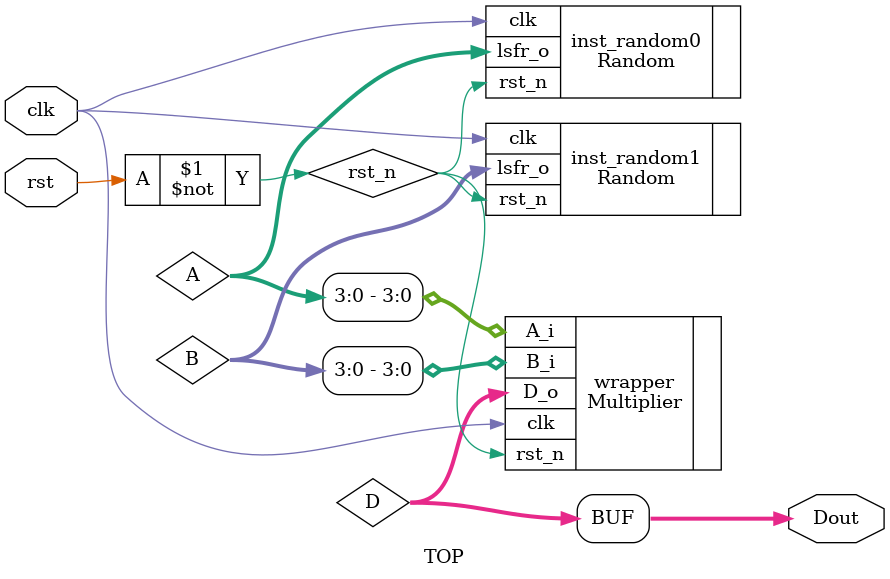
<source format=v>
`timescale 1ns / 1ps


module TOP(
input wire clk,
input wire rst,
output wire [7:0] Dout
    );
    wire rst_n;
    assign rst_n = ~rst;
    
    wire [31:0] A;
    wire [31:0] B;
    wire [7:0] D;
    
    //pseudo-random number generation with LFSR
    Random #(.SEED(32'h8456CAD7) ) inst_random0( .clk(clk), .rst_n(rst_n), .lsfr_o(A) );
    Random #(.SEED(32'h897EA5F3) ) inst_random1( .clk(clk), .rst_n(rst_n), .lsfr_o(B) );
    
    Multiplier wrapper( .clk(clk), .rst_n(rst_n), .A_i(A[3:0]), .B_i(B[3:0]), .D_o(D) );
    
    // use LCD pin to provide output timing constrain, otherwise vivado will not synthesize design...
    assign Dout = D; 
endmodule

</source>
